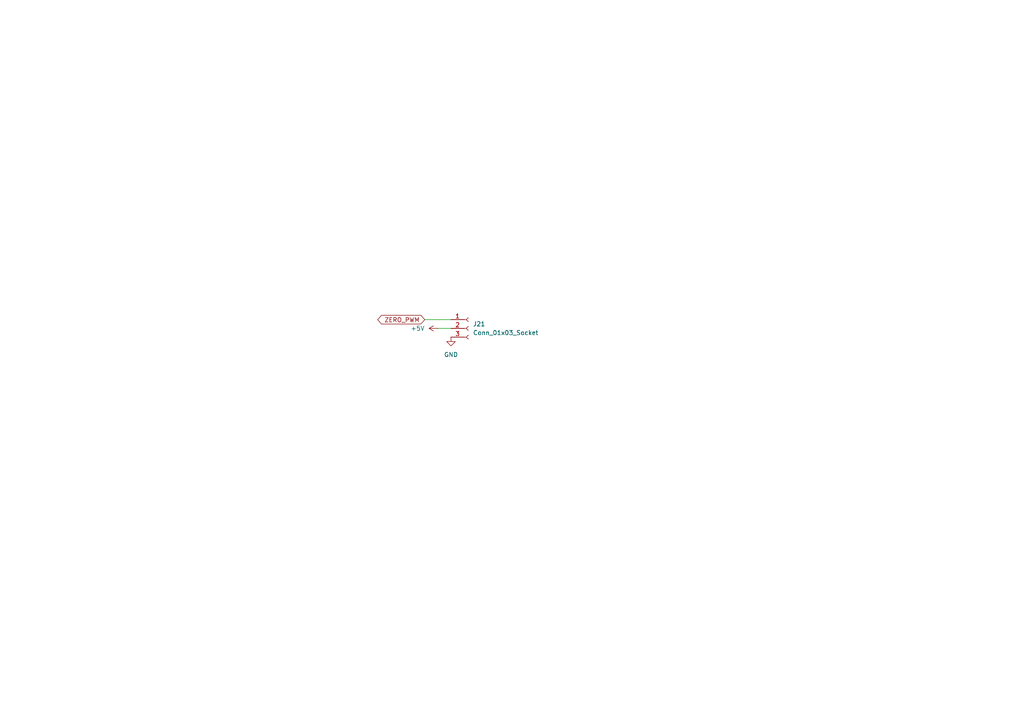
<source format=kicad_sch>
(kicad_sch (version 20250114) (generator "eeschema") (generator_version "9.0")
  (paper "A4")
  (lib_symbols
    (symbol "Connector:Conn_01x03_Socket" (pin_names (offset 1.016) (hide yes))
      (property "Reference" "J" (at 0 5.08 0))
      (property "Value" "Conn_01x03_Socket" (at 0 -5.08 0))
      (symbol "Conn_01x03_Socket_1_1"
        (polyline (pts (xy -1.27 2.54) (xy -0.508 2.54)) (stroke (width 0.1524)))
        (polyline (pts (xy -1.27 0) (xy -0.508 0)) (stroke (width 0.1524)))
        (polyline (pts (xy -1.27 -2.54) (xy -0.508 -2.54)) (stroke (width 0.1524)))
        (arc (start 0 2.032) (mid -0.5058 2.54) (end 0 3.048) (stroke (width 0.1524)))
        (arc (start 0 -0.508) (mid -0.5058 0) (end 0 0.508) (stroke (width 0.1524)))
        (arc (start 0 -3.048) (mid -0.5058 -2.54) (end 0 -2.032) (stroke (width 0.1524)))
        (pin passive line (at -5.08 2.54 0) (length 3.81) (name "Pin_1") (number "1"))
        (pin passive line (at -5.08 0 0) (length 3.81) (name "Pin_2") (number "2"))
        (pin passive line (at -5.08 -2.54 0) (length 3.81) (name "Pin_3") (number "3"))
      )
    )
    (symbol "power:+5V" (power) (pin_numbers (hide yes)) (pin_names (offset 0) (hide yes))
      (property "Value" "+5V" (at 0 3.556 0))
      (symbol "+5V_0_1"
        (polyline (pts (xy -0.762 1.27) (xy 0 2.54)))
        (polyline (pts (xy 0 2.54) (xy 0.762 1.27)))
        (polyline (pts (xy 0 0) (xy 0 2.54)))
      )
      (symbol "+5V_1_1"
        (pin power_in line (at 0 0 90) (length 0) (name "~") (number "1"))
      )
    )
    (symbol "power:GND" (power) (pin_numbers (hide yes)) (pin_names (offset 0) (hide yes))
      (property "Value" "GND" (at 0 -3.81 0))
      (symbol "GND_0_1"
        (polyline (pts (xy 0 0) (xy 0 -1.27) (xy 1.27 -1.27) (xy 0 -2.54) (xy -1.27 -1.27) (xy 0 -1.27)))
      )
      (symbol "GND_1_1"
        (pin power_in line (at 0 0 270) (length 0) (name "~") (number "1"))
      )
    )
  )
  (wire (pts (xy 123.19 92.71) (xy 130.81 92.71)))
  (wire (pts (xy 127 95.25) (xy 130.81 95.25)))
  (global_label "ZERO_PWM" (shape bidirectional) (at 123.19 92.71 180) (property "Intersheetrefs" "${INTERSHEET_REFS}" (effects (hide yes))))
  (symbol (lib_id "power:GND") (at 130.81 97.79 0) (unit 1)
    (property "Reference" "#PWR050" (effects (hide yes)))
    (property "Value" "GND" (at 130.81 102.87 0))
    (property "Description" "Power symbol creates a global label with name \"GND\" , ground" (effects (hide yes)))
  )
  (symbol (lib_id "power:+5V") (at 127 95.25 90) (unit 1)
    (property "Reference" "#PWR049" (effects (hide yes)))
    (property "Value" "+5V" (at 123.19 95.2499 90) (effects (justify left)))
    (property "Description" "Power symbol creates a global label with name \"+5V\"" (effects (hide yes)))
  )
  (symbol (lib_id "Connector:Conn_01x03_Socket") (at 135.89 95.25 0) (unit 1)
    (property "Reference" "J21" (at 137.16 93.9799 0) (effects (justify left)))
    (property "Value" "Conn_01x03_Socket" (at 137.16 96.5199 0) (effects (justify left)))
    (property "Footprint" "Connector_JST:JST_EH_B3B-EH-A_1x03_P2.50mm_Vertical" (effects (hide yes)))
    (property "Description" "Generic connector, single row, 01x03, script generated" (effects (hide yes)))
  )
)
</source>
